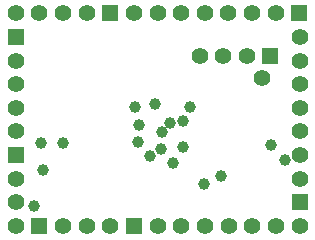
<source format=gbs>
%FSLAX25Y25*%
%MOIN*%
G70*
G01*
G75*
G04 Layer_Color=16711935*
%ADD10R,0.05906X0.05118*%
%ADD11O,0.06890X0.01181*%
%ADD12O,0.01181X0.06890*%
%ADD13R,0.05118X0.05906*%
%ADD14C,0.00700*%
%ADD15C,0.04724*%
%ADD16R,0.04724X0.04724*%
%ADD17R,0.04724X0.04724*%
%ADD18C,0.03150*%
%ADD19C,0.02362*%
%ADD20C,0.00984*%
%ADD21C,0.01000*%
%ADD22C,0.00787*%
%ADD23C,0.00500*%
%ADD24C,0.00600*%
%ADD25R,0.06706X0.05918*%
%ADD26O,0.07690X0.01981*%
%ADD27O,0.01981X0.07690*%
%ADD28R,0.05918X0.06706*%
%ADD29C,0.05524*%
%ADD30R,0.05524X0.05524*%
%ADD31R,0.05524X0.05524*%
%ADD32C,0.03950*%
D29*
X65146Y60422D02*
D03*
X73020D02*
D03*
X80895D02*
D03*
X90501Y74753D02*
D03*
X82627D02*
D03*
X74753D02*
D03*
X66879D02*
D03*
X59005D02*
D03*
X51131D02*
D03*
X43257D02*
D03*
X3887Y35383D02*
D03*
Y43257D02*
D03*
Y51131D02*
D03*
Y59005D02*
D03*
X35382Y3887D02*
D03*
X27508D02*
D03*
X19634D02*
D03*
X98482Y19635D02*
D03*
Y27509D02*
D03*
Y35383D02*
D03*
Y43257D02*
D03*
Y51131D02*
D03*
Y59005D02*
D03*
Y66879D02*
D03*
X51238Y3887D02*
D03*
X59112D02*
D03*
X66986D02*
D03*
X74860D02*
D03*
X82734D02*
D03*
X90608D02*
D03*
X98482D02*
D03*
X3887Y74753D02*
D03*
X11761D02*
D03*
X19635D02*
D03*
X27509D02*
D03*
X3887Y3887D02*
D03*
Y11761D02*
D03*
Y19635D02*
D03*
X85935Y53219D02*
D03*
D30*
X88769Y60422D02*
D03*
X98375Y74753D02*
D03*
X11760Y3887D02*
D03*
X43364D02*
D03*
X35383Y74753D02*
D03*
D31*
X3887Y66879D02*
D03*
X98482Y11761D02*
D03*
X3887Y27509D02*
D03*
D32*
X10044Y10524D02*
D03*
X12806Y22477D02*
D03*
X12334Y31552D02*
D03*
X19594Y31552D02*
D03*
X50159Y44523D02*
D03*
X52560Y35273D02*
D03*
X52145Y29423D02*
D03*
X56134Y24818D02*
D03*
X59695Y30056D02*
D03*
X43562Y43562D02*
D03*
X55437Y38265D02*
D03*
X48500Y27200D02*
D03*
X44776Y31749D02*
D03*
X44900Y37598D02*
D03*
X59697Y38735D02*
D03*
X62088Y43567D02*
D03*
X66704Y17867D02*
D03*
X93700Y25724D02*
D03*
X89000Y30900D02*
D03*
X72141Y20703D02*
D03*
M02*

</source>
